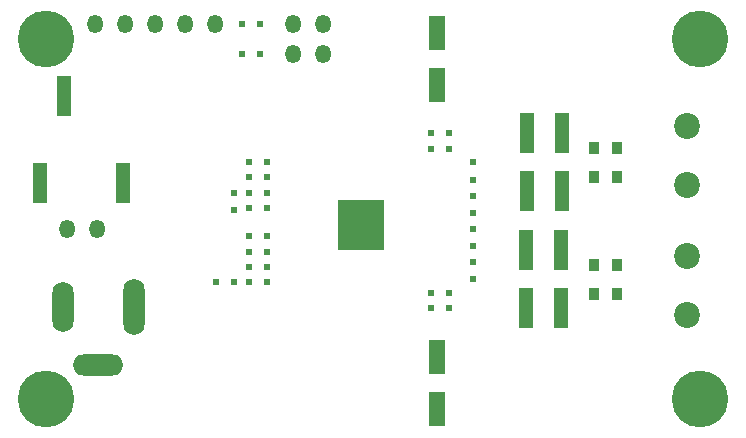
<source format=gbr>
G04 DipTrace 3.1.0.1*
G04 TPA3128D2route.TopPaste.gbr*
%MOIN*%
G04 #@! TF.FileFunction,Paste,Top*
G04 #@! TF.Part,Single*
%ADD47R,0.153386X0.165197*%
%ADD49R,0.062835X0.00378*%
%ADD51C,0.188819*%
%ADD53O,0.169134X0.070709*%
%ADD55O,0.070709X0.169134*%
%ADD57O,0.070709X0.188819*%
%ADD59O,0.051969X0.061969*%
%ADD61C,0.086457*%
%ADD63R,0.051024X0.133701*%
%ADD65R,0.035276X0.04315*%
%ADD67R,0.023465X0.023465*%
%ADD69R,0.054961X0.114016*%
%FSLAX26Y26*%
G04*
G70*
G90*
G75*
G01*
G04 TopPaste*
%LPD*%
D69*
X1823150Y1567244D3*
Y1740472D3*
D67*
X1862520Y1405827D3*
X1803465D3*
X1862520Y1354646D3*
X1803465D3*
D69*
X1823150Y661732D3*
Y488504D3*
D67*
X1862520Y823150D3*
X1803465D3*
X1862520Y874331D3*
X1803465D3*
X1943228Y1309370D3*
Y1250315D3*
Y1140079D3*
Y1199134D3*
Y919606D3*
Y978661D3*
Y1088898D3*
Y1029843D3*
D65*
X2421575Y1358583D3*
X2346772D3*
X2421575Y1260157D3*
X2346772D3*
X2421575Y968819D3*
X2346772D3*
X2421575Y870394D3*
X2346772D3*
D67*
X1197165Y1311339D3*
X1256220D3*
X1197165Y1063307D3*
X1256220D3*
X1197165Y1260157D3*
X1256220D3*
X1197165Y1012126D3*
X1256220D3*
X1197165Y1208976D3*
X1256220D3*
X1086929Y909764D3*
X1145984D3*
D63*
X500315Y1240472D3*
X579055Y1531811D3*
X775906Y1240472D3*
D61*
X2657795Y1232598D3*
Y1429449D3*
Y799528D3*
Y996378D3*
D59*
X981417Y1771969D3*
X781417D3*
X881417D3*
X1081417D3*
X681417D3*
D57*
X811339Y827087D3*
D55*
X575118D3*
D53*
X693228Y634173D3*
D63*
X2122362Y1405827D3*
X2240472D3*
X2122362Y1212913D3*
X2240472D3*
X2118425Y1016063D3*
X2236535D3*
X2118425Y823150D3*
X2236535D3*
D51*
X520000Y1720787D3*
X2701102D3*
Y520000D3*
X520000D3*
D67*
X1197165Y1157795D3*
X1256220D3*
X1145984Y1208976D3*
Y1149921D3*
X1197165Y960945D3*
X1256220D3*
X1197165Y909764D3*
X1256220D3*
X1232598Y1771969D3*
X1173543D3*
X1232598Y1669606D3*
X1173543D3*
D59*
X1342835Y1771969D3*
X1442835D3*
X1342835Y1671969D3*
X1442835D3*
X590866Y1086929D3*
X690866D3*
D49*
X1425512Y1268031D3*
Y1242441D3*
Y1216850D3*
Y1191260D3*
Y1165669D3*
Y1140079D3*
Y1114488D3*
Y1088898D3*
Y1063307D3*
Y1037717D3*
Y1012126D3*
Y986535D3*
Y960945D3*
Y935354D3*
X1716850D3*
Y960945D3*
Y986535D3*
Y1012126D3*
Y1037717D3*
Y1063307D3*
Y1088898D3*
Y1114488D3*
Y1140079D3*
Y1165669D3*
Y1191260D3*
Y1216850D3*
Y1242441D3*
Y1268031D3*
D47*
X1571181Y1101693D3*
D49*
X1425512Y1293622D3*
Y909764D3*
X1716850Y1293622D3*
Y909764D3*
M02*

</source>
